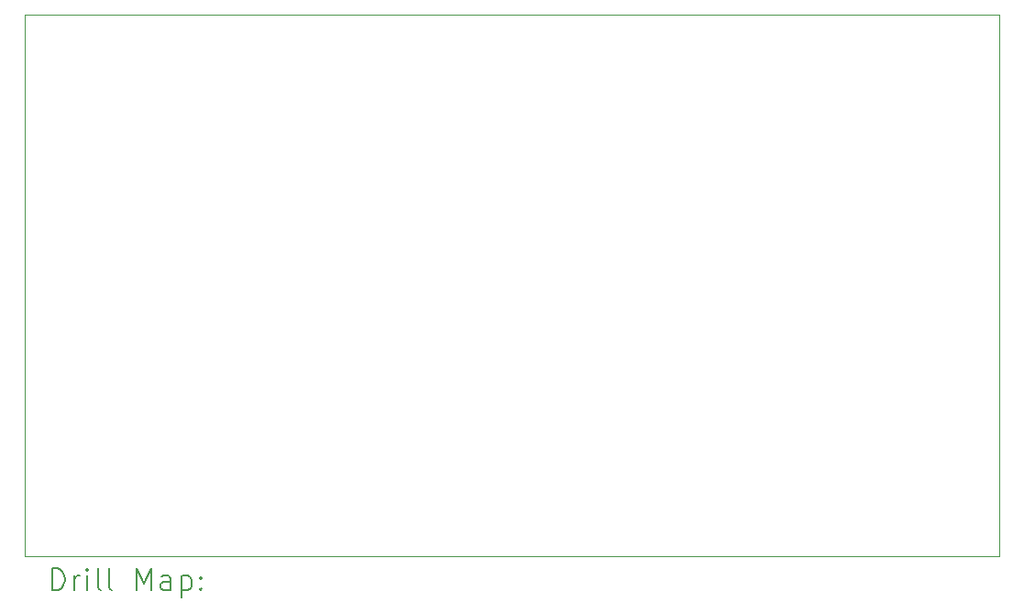
<source format=gbr>
%TF.GenerationSoftware,KiCad,Pcbnew,(6.0.7)*%
%TF.CreationDate,2022-09-17T20:24:41+02:00*%
%TF.ProjectId,F5418,46353431-382e-46b6-9963-61645f706362,rev?*%
%TF.SameCoordinates,Original*%
%TF.FileFunction,Drillmap*%
%TF.FilePolarity,Positive*%
%FSLAX45Y45*%
G04 Gerber Fmt 4.5, Leading zero omitted, Abs format (unit mm)*
G04 Created by KiCad (PCBNEW (6.0.7)) date 2022-09-17 20:24:41*
%MOMM*%
%LPD*%
G01*
G04 APERTURE LIST*
%ADD10C,0.050000*%
%ADD11C,0.200000*%
G04 APERTURE END LIST*
D10*
X17800000Y-7800000D02*
X8800000Y-7800000D01*
X8800000Y-12800000D02*
X17800000Y-12800000D01*
X17800000Y-12800000D02*
X17800000Y-7800000D01*
X8800000Y-7800000D02*
X8800000Y-12800000D01*
D11*
X9055119Y-13112976D02*
X9055119Y-12912976D01*
X9102738Y-12912976D01*
X9131310Y-12922500D01*
X9150357Y-12941548D01*
X9159881Y-12960595D01*
X9169405Y-12998690D01*
X9169405Y-13027262D01*
X9159881Y-13065357D01*
X9150357Y-13084405D01*
X9131310Y-13103452D01*
X9102738Y-13112976D01*
X9055119Y-13112976D01*
X9255119Y-13112976D02*
X9255119Y-12979643D01*
X9255119Y-13017738D02*
X9264643Y-12998690D01*
X9274167Y-12989167D01*
X9293214Y-12979643D01*
X9312262Y-12979643D01*
X9378929Y-13112976D02*
X9378929Y-12979643D01*
X9378929Y-12912976D02*
X9369405Y-12922500D01*
X9378929Y-12932024D01*
X9388452Y-12922500D01*
X9378929Y-12912976D01*
X9378929Y-12932024D01*
X9502738Y-13112976D02*
X9483690Y-13103452D01*
X9474167Y-13084405D01*
X9474167Y-12912976D01*
X9607500Y-13112976D02*
X9588452Y-13103452D01*
X9578929Y-13084405D01*
X9578929Y-12912976D01*
X9836071Y-13112976D02*
X9836071Y-12912976D01*
X9902738Y-13055833D01*
X9969405Y-12912976D01*
X9969405Y-13112976D01*
X10150357Y-13112976D02*
X10150357Y-13008214D01*
X10140833Y-12989167D01*
X10121786Y-12979643D01*
X10083690Y-12979643D01*
X10064643Y-12989167D01*
X10150357Y-13103452D02*
X10131310Y-13112976D01*
X10083690Y-13112976D01*
X10064643Y-13103452D01*
X10055119Y-13084405D01*
X10055119Y-13065357D01*
X10064643Y-13046309D01*
X10083690Y-13036786D01*
X10131310Y-13036786D01*
X10150357Y-13027262D01*
X10245595Y-12979643D02*
X10245595Y-13179643D01*
X10245595Y-12989167D02*
X10264643Y-12979643D01*
X10302738Y-12979643D01*
X10321786Y-12989167D01*
X10331310Y-12998690D01*
X10340833Y-13017738D01*
X10340833Y-13074881D01*
X10331310Y-13093928D01*
X10321786Y-13103452D01*
X10302738Y-13112976D01*
X10264643Y-13112976D01*
X10245595Y-13103452D01*
X10426548Y-13093928D02*
X10436071Y-13103452D01*
X10426548Y-13112976D01*
X10417024Y-13103452D01*
X10426548Y-13093928D01*
X10426548Y-13112976D01*
X10426548Y-12989167D02*
X10436071Y-12998690D01*
X10426548Y-13008214D01*
X10417024Y-12998690D01*
X10426548Y-12989167D01*
X10426548Y-13008214D01*
M02*

</source>
